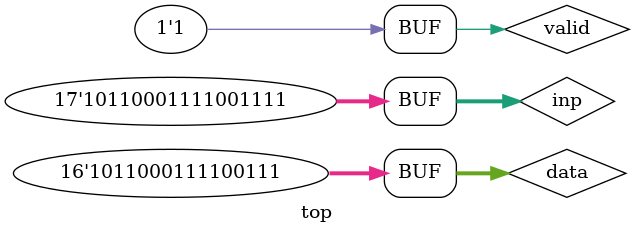
<source format=v>
module top;
    reg [16:0] inp;
    wire [15:0] data;
    wire valid;
    assign data = inp[16:1];
    assign valid = inp[0];
    initial inp = 17'b1_01100011_11001111;
endmodule

</source>
